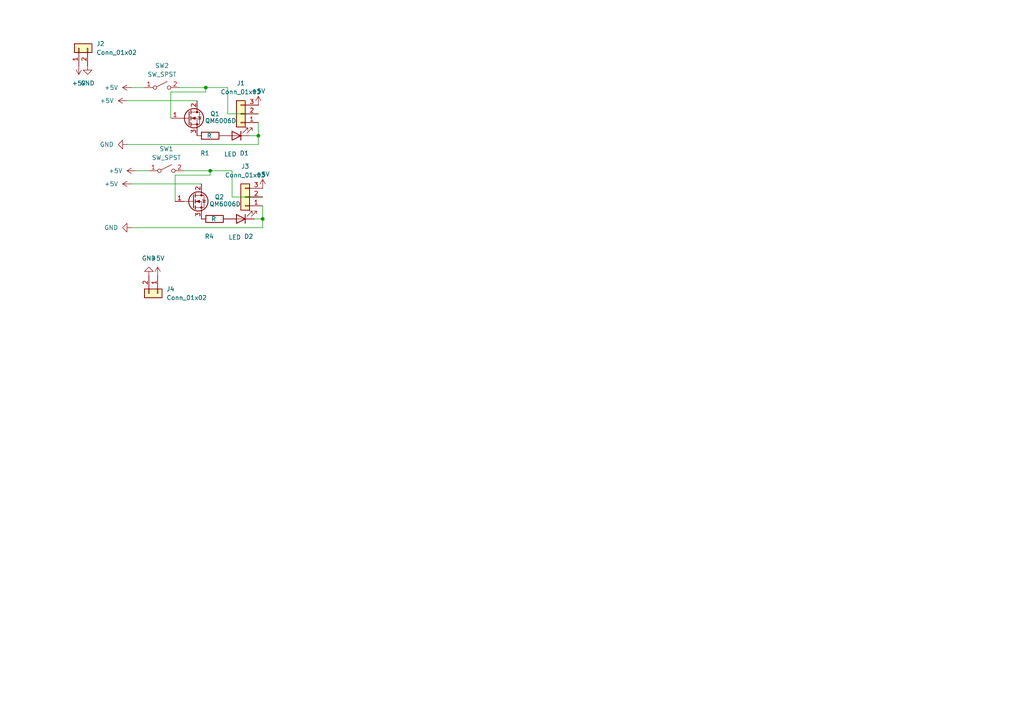
<source format=kicad_sch>
(kicad_sch (version 20250114) (generator "eeschema") (generator_version "9.0")
  (paper "A4")
  (lib_symbols
    (symbol "Connector_Generic:Conn_01x02" (pin_names (offset 1.016) (hide yes))
      (property "Reference" "J" (at 0 2.54 0))
      (property "Value" "Conn_01x02" (at 0 -5.08 0))
      (symbol "Conn_01x02_1_1"
        (rectangle (start -1.27 1.27) (end 1.27 -3.81) (stroke (width 0.254)) (fill (type background)))
        (rectangle (start -1.27 0.127) (end 0 -0.127) (stroke (width 0.1524)))
        (rectangle (start -1.27 -2.413) (end 0 -2.667) (stroke (width 0.1524)))
        (pin passive line (at -5.08 0 0) (length 3.81) (name "Pin_1") (number "1"))
        (pin passive line (at -5.08 -2.54 0) (length 3.81) (name "Pin_2") (number "2"))
      )
    )
    (symbol "Connector_Generic:Conn_01x03" (pin_names (offset 1.016) (hide yes))
      (property "Reference" "J" (at 0 5.08 0))
      (property "Value" "Conn_01x03" (at 0 -5.08 0))
      (symbol "Conn_01x03_1_1"
        (rectangle (start -1.27 3.81) (end 1.27 -3.81) (stroke (width 0.254)) (fill (type background)))
        (rectangle (start -1.27 2.667) (end 0 2.413) (stroke (width 0.1524)))
        (rectangle (start -1.27 0.127) (end 0 -0.127) (stroke (width 0.1524)))
        (rectangle (start -1.27 -2.413) (end 0 -2.667) (stroke (width 0.1524)))
        (pin passive line (at -5.08 2.54 0) (length 3.81) (name "Pin_1") (number "1"))
        (pin passive line (at -5.08 0 0) (length 3.81) (name "Pin_2") (number "2"))
        (pin passive line (at -5.08 -2.54 0) (length 3.81) (name "Pin_3") (number "3"))
      )
    )
    (symbol "Device:LED" (pin_numbers (hide yes)) (pin_names (offset 1.016) (hide yes))
      (property "Reference" "D" (at 0 2.54 0))
      (property "Value" "LED" (at 0 -2.54 0))
      (symbol "LED_0_1"
        (polyline (pts (xy -3.048 -0.762) (xy -4.572 -2.286) (xy -3.81 -2.286) (xy -4.572 -2.286) (xy -4.572 -1.524)))
        (polyline (pts (xy -1.778 -0.762) (xy -3.302 -2.286) (xy -2.54 -2.286) (xy -3.302 -2.286) (xy -3.302 -1.524)))
        (polyline (pts (xy -1.27 0) (xy 1.27 0)))
        (polyline (pts (xy -1.27 -1.27) (xy -1.27 1.27)) (stroke (width 0.254)))
        (polyline (pts (xy 1.27 -1.27) (xy 1.27 1.27) (xy -1.27 0) (xy 1.27 -1.27)) (stroke (width 0.254)))
      )
      (symbol "LED_1_1"
        (pin passive line (at -3.81 0 0) (length 2.54) (name "K") (number "1"))
        (pin passive line (at 3.81 0 180) (length 2.54) (name "A") (number "2"))
      )
    )
    (symbol "Device:R" (pin_numbers (hide yes)) (pin_names (offset 0))
      (property "Reference" "R" (at 2.032 0 90))
      (property "Value" "R" (at 0 0 90))
      (symbol "R_0_1"
        (rectangle (start -1.016 -2.54) (end 1.016 2.54) (stroke (width 0.254)))
      )
      (symbol "R_1_1"
        (pin passive line (at 0 3.81 270) (length 1.27) (name "~") (number "1"))
        (pin passive line (at 0 -3.81 90) (length 1.27) (name "~") (number "2"))
      )
    )
    (symbol "Switch:SW_SPST" (pin_names (offset 0) (hide yes))
      (property "Reference" "SW" (at 0 3.175 0))
      (property "Value" "SW_SPST" (at 0 -2.54 0))
      (symbol "SW_SPST_0_0"
        (circle (center -2.032 0) (radius 0.508))
        (polyline (pts (xy -1.524 0.254) (xy 1.524 1.778)))
        (circle (center 2.032 0) (radius 0.508))
      )
      (symbol "SW_SPST_1_1"
        (pin passive line (at -5.08 0 0) (length 2.54) (name "A") (number "1"))
        (pin passive line (at 5.08 0 180) (length 2.54) (name "B") (number "2"))
      )
    )
    (symbol "Transistor_FET:QM6006D" (pin_names (hide yes))
      (property "Reference" "Q" (at 5.08 1.905 0))
      (property "Value" "QM6006D" (at 5.08 0 0))
      (symbol "QM6006D_0_1"
        (polyline (pts (xy 0.254 1.905) (xy 0.254 -1.905)) (stroke (width 0.254)))
        (polyline (pts (xy 0.254 0) (xy -2.54 0)))
        (polyline (pts (xy 0.762 2.286) (xy 0.762 1.27)) (stroke (width 0.254)))
        (polyline (pts (xy 0.762 0.508) (xy 0.762 -0.508)) (stroke (width 0.254)))
        (polyline (pts (xy 0.762 -1.27) (xy 0.762 -2.286)) (stroke (width 0.254)))
        (polyline (pts (xy 0.762 -1.778) (xy 3.302 -1.778) (xy 3.302 1.778) (xy 0.762 1.778)))
        (polyline (pts (xy 1.016 0) (xy 2.032 0.381) (xy 2.032 -0.381) (xy 1.016 0)) (fill (type outline)))
        (circle (center 1.651 0) (radius 2.794) (stroke (width 0.254)))
        (polyline (pts (xy 2.54 2.54) (xy 2.54 1.778)))
        (circle (center 2.54 1.778) (radius 0.254) (fill (type outline)))
        (circle (center 2.54 -1.778) (radius 0.254) (fill (type outline)))
        (polyline (pts (xy 2.54 -2.54) (xy 2.54 0) (xy 0.762 0)))
        (polyline (pts (xy 2.794 0.508) (xy 2.921 0.381) (xy 3.683 0.381) (xy 3.81 0.254)))
        (polyline (pts (xy 3.302 0.381) (xy 2.921 -0.254) (xy 3.683 -0.254) (xy 3.302 0.381)))
      )
      (symbol "QM6006D_1_1"
        (pin input line (at -5.08 0 0) (length 2.54) (name "G") (number "1"))
        (pin passive line (at 2.54 5.08 270) (length 2.54) (name "D") (number "2"))
        (pin passive line (at 2.54 -5.08 90) (length 2.54) (name "S") (number "3"))
      )
    )
    (symbol "power:+5V" (power) (pin_numbers (hide yes)) (pin_names (offset 0) (hide yes))
      (property "Value" "+5V" (at 0 3.556 0))
      (symbol "+5V_0_1"
        (polyline (pts (xy -0.762 1.27) (xy 0 2.54)))
        (polyline (pts (xy 0 2.54) (xy 0.762 1.27)))
        (polyline (pts (xy 0 0) (xy 0 2.54)))
      )
      (symbol "+5V_1_1"
        (pin power_in line (at 0 0 90) (length 0) (name "~") (number "1"))
      )
    )
    (symbol "power:GND" (power) (pin_numbers (hide yes)) (pin_names (offset 0) (hide yes))
      (property "Value" "GND" (at 0 -3.81 0))
      (symbol "GND_0_1"
        (polyline (pts (xy 0 0) (xy 0 -1.27) (xy 1.27 -1.27) (xy 0 -2.54) (xy -1.27 -1.27) (xy 0 -1.27)))
      )
      (symbol "GND_1_1"
        (pin power_in line (at 0 0 270) (length 0) (name "~") (number "1"))
      )
    )
  )
  (junction (at 74.93 39.37))
  (junction (at 60.96 49.53))
  (junction (at 76.2 63.5))
  (junction (at 59.69 25.4))
  (wire (pts (xy 53.34 49.53) (xy 60.96 49.53)))
  (wire (pts (xy 60.96 50.8) (xy 50.8 50.8)))
  (wire (pts (xy 59.69 25.4) (xy 59.69 26.67)))
  (wire (pts (xy 50.8 50.8) (xy 50.8 58.42)))
  (wire (pts (xy 74.93 39.37) (xy 74.93 41.91)))
  (wire (pts (xy 74.93 33.02) (xy 66.04 33.02)))
  (wire (pts (xy 66.04 25.4) (xy 59.69 25.4)))
  (wire (pts (xy 74.93 35.56) (xy 74.93 39.37)))
  (wire (pts (xy 38.1 53.34) (xy 58.42 53.34)))
  (wire (pts (xy 59.69 26.67) (xy 49.53 26.67)))
  (wire (pts (xy 49.53 26.67) (xy 49.53 34.29)))
  (wire (pts (xy 60.96 49.53) (xy 60.96 50.8)))
  (wire (pts (xy 36.83 41.91) (xy 74.93 41.91)))
  (wire (pts (xy 38.1 25.4) (xy 41.91 25.4)))
  (wire (pts (xy 76.2 57.15) (xy 67.31 57.15)))
  (wire (pts (xy 67.31 49.53) (xy 60.96 49.53)))
  (wire (pts (xy 76.2 63.5) (xy 76.2 66.04)))
  (wire (pts (xy 36.83 29.21) (xy 57.15 29.21)))
  (wire (pts (xy 72.39 39.37) (xy 74.93 39.37)))
  (wire (pts (xy 52.07 25.4) (xy 59.69 25.4)))
  (wire (pts (xy 73.66 63.5) (xy 76.2 63.5)))
  (wire (pts (xy 38.1 66.04) (xy 76.2 66.04)))
  (wire (pts (xy 66.04 33.02) (xy 66.04 25.4)))
  (wire (pts (xy 39.37 49.53) (xy 43.18 49.53)))
  (wire (pts (xy 67.31 57.15) (xy 67.31 49.53)))
  (wire (pts (xy 76.2 59.69) (xy 76.2 63.5)))
  (symbol (lib_id "power:GND") (at 25.4 19.05 0) (unit 1)
    (property "Reference" "#PWR05" (effects (hide yes)))
    (property "Value" "GND" (at 25.4 24.13 0))
    (property "Description" "Power symbol creates a global label with name \"GND\" , ground" (effects (hide yes)))
  )
  (symbol (lib_id "power:+5V") (at 76.2 54.61 0) (unit 1)
    (property "Reference" "#PWR010" (effects (hide yes)))
    (property "Value" "+5V" (at 74.168 50.546 0) (effects (justify left)))
    (property "Description" "Power symbol creates a global label with name \"+5V\"" (effects (hide yes)))
  )
  (symbol (lib_id "power:+5V") (at 22.86 19.05 180) (unit 1)
    (property "Reference" "#PWR04" (effects (hide yes)))
    (property "Value" "+5V" (at 22.86 24.13 0))
    (property "Description" "Power symbol creates a global label with name \"+5V\"" (effects (hide yes)))
  )
  (symbol (lib_id "Switch:SW_SPST") (at 46.99 25.4 0) (unit 1)
    (property "Reference" "SW2" (at 46.99 19.05 0))
    (property "Value" "SW_SPST" (at 46.99 21.59 0))
    (property "Footprint" "Button_Switch_THT:SW_Slide-03_Wuerth-WS-SLTV_10x2.5x6.4_P2.54mm" (effects (hide yes)))
    (property "Description" "Single Pole Single Throw (SPST) switch" (effects (hide yes)))
  )
  (symbol (lib_id "power:+5V") (at 39.37 49.53 90) (unit 1)
    (property "Reference" "#PWR08" (effects (hide yes)))
    (property "Value" "+5V" (at 35.56 49.5299 90) (effects (justify left)))
    (property "Description" "Power symbol creates a global label with name \"+5V\"" (effects (hide yes)))
  )
  (symbol (lib_id "Device:LED") (at 68.58 39.37 180) (unit 1)
    (property "Reference" "D1" (at 70.866 44.45 0))
    (property "Value" "LED" (at 66.802 44.704 0))
    (property "Footprint" "LED_SMD:LED_1206_3216Metric" (effects (hide yes)))
    (property "Description" "Light emitting diode" (effects (hide yes)))
    (property "Sim.Pins" "1=K 2=A" (effects (hide yes)))
  )
  (symbol (lib_id "power:GND") (at 43.18 80.01 180) (unit 1)
    (property "Reference" "#PWR012" (effects (hide yes)))
    (property "Value" "GND" (at 43.18 74.93 0))
    (property "Description" "Power symbol creates a global label with name \"GND\" , ground" (effects (hide yes)))
  )
  (symbol (lib_id "power:+5V") (at 36.83 29.21 90) (unit 1)
    (property "Reference" "#PWR07" (effects (hide yes)))
    (property "Value" "+5V" (at 33.02 29.2099 90) (effects (justify left)))
    (property "Description" "Power symbol creates a global label with name \"+5V\"" (effects (hide yes)))
  )
  (symbol (lib_id "power:+5V") (at 38.1 25.4 90) (unit 1)
    (property "Reference" "#PWR01" (effects (hide yes)))
    (property "Value" "+5V" (at 34.29 25.3999 90) (effects (justify left)))
    (property "Description" "Power symbol creates a global label with name \"+5V\"" (effects (hide yes)))
  )
  (symbol (lib_id "Connector_Generic:Conn_01x02") (at 45.72 85.09 270) (unit 1)
    (property "Reference" "J4" (at 48.26 83.8199 90) (effects (justify left)))
    (property "Value" "Conn_01x02" (at 48.26 86.3599 90) (effects (justify left)))
    (property "Footprint" "Connector_PinHeader_2.54mm:PinHeader_1x02_P2.54mm_Horizontal" (effects (hide yes)))
    (property "Description" "Generic connector, single row, 01x02, script generated (kicad-library-utils/schlib/autogen/connector/)" (effects (hide yes)))
  )
  (symbol (lib_id "Device:R") (at 62.23 63.5 90) (unit 1)
    (property "Reference" "R4" (at 60.706 68.58 90))
    (property "Value" "R" (at 61.976 63.5 90))
    (property "Footprint" "Resistor_SMD:R_1206_3216Metric" (effects (hide yes)))
    (property "Description" "Resistor" (effects (hide yes)))
  )
  (symbol (lib_id "power:+5V") (at 74.93 30.48 0) (unit 1)
    (property "Reference" "#PWR03" (effects (hide yes)))
    (property "Value" "+5V" (at 72.898 26.416 0) (effects (justify left)))
    (property "Description" "Power symbol creates a global label with name \"+5V\"" (effects (hide yes)))
  )
  (symbol (lib_id "Connector_Generic:Conn_01x03") (at 71.12 57.15 180) (unit 1)
    (property "Reference" "J3" (at 71.12 48.26 0))
    (property "Value" "Conn_01x03" (at 71.12 50.8 0))
    (property "Footprint" "Connector_PinSocket_2.54mm:PinSocket_1x03_P2.54mm_Horizontal" (effects (hide yes)))
    (property "Description" "Generic connector, single row, 01x03, script generated (kicad-library-utils/schlib/autogen/connector/)" (effects (hide yes)))
  )
  (symbol (lib_id "Transistor_FET:QM6006D") (at 55.88 58.42 0) (unit 1)
    (property "Reference" "Q2" (at 62.23 57.1499 0) (effects (justify left)))
    (property "Value" "QM6006D" (at 60.706 59.182 0) (effects (justify left)))
    (property "Footprint" "Package_TO_SOT_SMD:TO-252-2" (effects (hide yes)))
    (property "Datasheet" "http://www.jaolen.com/images/pdf/QM6006D.pdf" (effects (hide yes)))
    (property "Description" "35A Id, 60V Vds, N-Channel Power MOSFET, 18mOhm Ron, 19.3nC Qg (typ), TO252" (effects (hide yes)))
  )
  (symbol (lib_id "Transistor_FET:QM6006D") (at 54.61 34.29 0) (unit 1)
    (property "Reference" "Q1" (at 60.96 33.0199 0) (effects (justify left)))
    (property "Value" "QM6006D" (at 59.436 35.052 0) (effects (justify left)))
    (property "Footprint" "Package_TO_SOT_SMD:TO-252-2" (effects (hide yes)))
    (property "Datasheet" "http://www.jaolen.com/images/pdf/QM6006D.pdf" (effects (hide yes)))
    (property "Description" "35A Id, 60V Vds, N-Channel Power MOSFET, 18mOhm Ron, 19.3nC Qg (typ), TO252" (effects (hide yes)))
  )
  (symbol (lib_id "Switch:SW_SPST") (at 48.26 49.53 0) (unit 1)
    (property "Reference" "SW1" (at 48.26 43.18 0))
    (property "Value" "SW_SPST" (at 48.26 45.72 0))
    (property "Footprint" "Button_Switch_THT:SW_Slide-03_Wuerth-WS-SLTV_10x2.5x6.4_P2.54mm" (effects (hide yes)))
    (property "Description" "Single Pole Single Throw (SPST) switch" (effects (hide yes)))
  )
  (symbol (lib_id "power:+5V") (at 38.1 53.34 90) (unit 1)
    (property "Reference" "#PWR09" (effects (hide yes)))
    (property "Value" "+5V" (at 34.29 53.3399 90) (effects (justify left)))
    (property "Description" "Power symbol creates a global label with name \"+5V\"" (effects (hide yes)))
  )
  (symbol (lib_id "Connector_Generic:Conn_01x03") (at 69.85 33.02 180) (unit 1)
    (property "Reference" "J1" (at 69.85 24.13 0))
    (property "Value" "Conn_01x03" (at 69.85 26.67 0))
    (property "Footprint" "Connector_PinSocket_2.54mm:PinSocket_1x03_P2.54mm_Horizontal" (effects (hide yes)))
    (property "Description" "Generic connector, single row, 01x03, script generated (kicad-library-utils/schlib/autogen/connector/)" (effects (hide yes)))
  )
  (symbol (lib_id "Device:R") (at 60.96 39.37 90) (unit 1)
    (property "Reference" "R1" (at 59.436 44.45 90))
    (property "Value" "R" (at 60.706 39.37 90))
    (property "Footprint" "Resistor_SMD:R_1206_3216Metric" (effects (hide yes)))
    (property "Description" "Resistor" (effects (hide yes)))
  )
  (symbol (lib_id "power:GND") (at 36.83 41.91 270) (unit 1)
    (property "Reference" "#PWR02" (effects (hide yes)))
    (property "Value" "GND" (at 33.02 41.9099 90) (effects (justify right)))
    (property "Description" "Power symbol creates a global label with name \"GND\" , ground" (effects (hide yes)))
  )
  (symbol (lib_id "power:GND") (at 38.1 66.04 270) (unit 1)
    (property "Reference" "#PWR011" (effects (hide yes)))
    (property "Value" "GND" (at 34.29 66.0399 90) (effects (justify right)))
    (property "Description" "Power symbol creates a global label with name \"GND\" , ground" (effects (hide yes)))
  )
  (symbol (lib_id "Connector_Generic:Conn_01x02") (at 22.86 13.97 90) (unit 1)
    (property "Reference" "J2" (at 27.94 12.6999 90) (effects (justify right)))
    (property "Value" "Conn_01x02" (at 27.94 15.2399 90) (effects (justify right)))
    (property "Footprint" "Connector_PinSocket_2.54mm:PinSocket_1x02_P2.54mm_Horizontal" (effects (hide yes)))
    (property "Description" "Generic connector, single row, 01x02, script generated (kicad-library-utils/schlib/autogen/connector/)" (effects (hide yes)))
  )
  (symbol (lib_id "Device:LED") (at 69.85 63.5 180) (unit 1)
    (property "Reference" "D2" (at 72.136 68.58 0))
    (property "Value" "LED" (at 68.072 68.834 0))
    (property "Footprint" "LED_SMD:LED_1206_3216Metric" (effects (hide yes)))
    (property "Description" "Light emitting diode" (effects (hide yes)))
    (property "Sim.Pins" "1=K 2=A" (effects (hide yes)))
  )
  (symbol (lib_id "power:+5V") (at 45.72 80.01 0) (unit 1)
    (property "Reference" "#PWR06" (effects (hide yes)))
    (property "Value" "+5V" (at 45.72 74.93 0))
    (property "Description" "Power symbol creates a global label with name \"+5V\"" (effects (hide yes)))
  )
)
</source>
